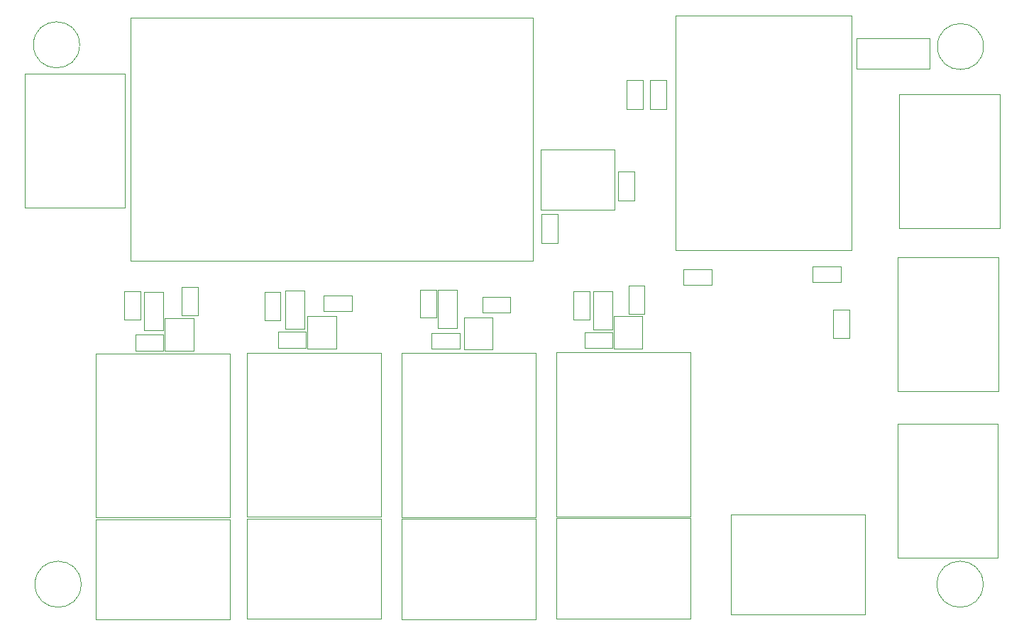
<source format=gbr>
%TF.GenerationSoftware,KiCad,Pcbnew,7.0.8*%
%TF.CreationDate,2024-04-08T22:48:43+05:30*%
%TF.ProjectId,Esp32_relay,45737033-325f-4726-956c-61792e6b6963,rev?*%
%TF.SameCoordinates,PX4046330PY7125ac8*%
%TF.FileFunction,Other,User*%
%FSLAX46Y46*%
G04 Gerber Fmt 4.6, Leading zero omitted, Abs format (unit mm)*
G04 Created by KiCad (PCBNEW 7.0.8) date 2024-04-08 22:48:43*
%MOMM*%
%LPD*%
G01*
G04 APERTURE LIST*
%ADD10C,0.050000*%
%ADD11C,0.100000*%
G04 APERTURE END LIST*
D10*
%TO.C,D8*%
X67027000Y34656200D02*
X70387000Y34656200D01*
X67027000Y32756200D02*
X67027000Y34656200D01*
X70387000Y34656200D02*
X70387000Y32756200D01*
X70387000Y32756200D02*
X67027000Y32756200D01*
%TO.C,R3*%
X47420800Y36400000D02*
X47420800Y39760000D01*
X49320800Y36400000D02*
X47420800Y36400000D01*
X47420800Y39760000D02*
X49320800Y39760000D01*
X49320800Y39760000D02*
X49320800Y36400000D01*
%TO.C,C1*%
X96647000Y33988200D02*
X96647000Y37388200D01*
X98607000Y33988200D02*
X96647000Y33988200D01*
X96647000Y37388200D02*
X98607000Y37388200D01*
X98607000Y37388200D02*
X98607000Y33988200D01*
%TO.C,C5*%
X72989000Y53846200D02*
X72989000Y50446200D01*
X71029000Y53846200D02*
X72989000Y53846200D01*
X72989000Y50446200D02*
X71029000Y50446200D01*
X71029000Y50446200D02*
X71029000Y53846200D01*
%TO.C,C3*%
X63845000Y48766200D02*
X63845000Y45366200D01*
X61885000Y48766200D02*
X63845000Y48766200D01*
X63845000Y45366200D02*
X61885000Y45366200D01*
X61885000Y45366200D02*
X61885000Y48766200D01*
%TO.C,Q3*%
X52656000Y32598600D02*
X56056000Y32598600D01*
X56056000Y32598600D02*
X56056000Y36438600D01*
X52656000Y36438600D02*
X52656000Y32598600D01*
X56056000Y36438600D02*
X52656000Y36438600D01*
%TO.C,C2*%
X72045000Y61368200D02*
X72045000Y64768200D01*
X74005000Y61368200D02*
X72045000Y61368200D01*
X72045000Y64768200D02*
X74005000Y64768200D01*
X74005000Y64768200D02*
X74005000Y61368200D01*
%TO.C,R8*%
X74203600Y40260700D02*
X74203600Y36900700D01*
X72303600Y40260700D02*
X74203600Y40260700D01*
X74203600Y36900700D02*
X72303600Y36900700D01*
X72303600Y36900700D02*
X72303600Y40260700D01*
%TO.C,PS1*%
X12840500Y72234200D02*
X12840500Y43234200D01*
X12840500Y43234200D02*
X60840500Y43234200D01*
X60840500Y72234200D02*
X12840500Y72234200D01*
X60840500Y43234200D02*
X60840500Y72234200D01*
%TO.C,Q4*%
X70512200Y32751000D02*
X73912200Y32751000D01*
X73912200Y32751000D02*
X73912200Y36591000D01*
X70512200Y36591000D02*
X70512200Y32751000D01*
X73912200Y36591000D02*
X70512200Y36591000D01*
%TO.C,D2*%
X33581200Y39618000D02*
X33581200Y35058000D01*
X31341200Y39618000D02*
X33581200Y39618000D01*
X33581200Y35058000D02*
X31341200Y35058000D01*
X31341200Y35058000D02*
X31341200Y39618000D01*
%TO.C,C4*%
X74839000Y61368200D02*
X74839000Y64768200D01*
X76799000Y61368200D02*
X74839000Y61368200D01*
X74839000Y64768200D02*
X76799000Y64768200D01*
X76799000Y64768200D02*
X76799000Y61368200D01*
%TO.C,H2*%
X6966400Y4572000D02*
G75*
G03*
X6966400Y4572000I-2750000J0D01*
G01*
%TO.C,K4*%
X63678800Y12676400D02*
X63678800Y32276400D01*
X79678800Y12676400D02*
X63678800Y12676400D01*
X63678800Y32276400D02*
X79678800Y32276400D01*
X79678800Y32276400D02*
X79678800Y12676400D01*
%TO.C,K3*%
X45182000Y12598800D02*
X45182000Y32198800D01*
X61182000Y12598800D02*
X45182000Y12598800D01*
X45182000Y32198800D02*
X61182000Y32198800D01*
X61182000Y32198800D02*
X61182000Y12598800D01*
%TO.C,J8*%
X100516000Y934200D02*
X100516000Y12934200D01*
X100516000Y12934200D02*
X84516000Y12934200D01*
X84516000Y934200D02*
X100516000Y934200D01*
X84516000Y12934200D02*
X84516000Y934200D01*
D11*
%TO.C,IC1*%
X77905000Y72500200D02*
X98905000Y72500200D01*
X77905000Y44500200D02*
X77905000Y72500200D01*
X98905000Y72500200D02*
X98905000Y44500200D01*
X98905000Y44500200D02*
X77905000Y44500200D01*
D10*
%TO.C,J9*%
X116363000Y23731800D02*
X104363000Y23731800D01*
X104363000Y23731800D02*
X104363000Y7731800D01*
X116363000Y7731800D02*
X116363000Y23731800D01*
X104363000Y7731800D02*
X116363000Y7731800D01*
%TO.C,R2*%
X28869600Y36115200D02*
X28869600Y39475200D01*
X30769600Y36115200D02*
X28869600Y36115200D01*
X28869600Y39475200D02*
X30769600Y39475200D01*
X30769600Y39475200D02*
X30769600Y36115200D01*
%TO.C,Q2*%
X33987000Y32725600D02*
X37387000Y32725600D01*
X37387000Y32725600D02*
X37387000Y36565600D01*
X33987000Y36565600D02*
X33987000Y32725600D01*
X37387000Y36565600D02*
X33987000Y36565600D01*
%TO.C,R9*%
X97578000Y40638400D02*
X94218000Y40638400D01*
X97578000Y42538400D02*
X97578000Y40638400D01*
X94218000Y40638400D02*
X94218000Y42538400D01*
X94218000Y42538400D02*
X97578000Y42538400D01*
%TO.C,K2*%
X26721800Y12625600D02*
X26721800Y32225600D01*
X42721800Y12625600D02*
X26721800Y12625600D01*
X26721800Y32225600D02*
X42721800Y32225600D01*
X42721800Y32225600D02*
X42721800Y12625600D01*
%TO.C,H4*%
X114586200Y4572000D02*
G75*
G03*
X114586200Y4572000I-2750000J0D01*
G01*
%TO.C,H1*%
X6788600Y69011800D02*
G75*
G03*
X6788600Y69011800I-2750000J0D01*
G01*
%TO.C,J2*%
X24707600Y336800D02*
X24707600Y12336800D01*
X24707600Y12336800D02*
X8707600Y12336800D01*
X8707600Y336800D02*
X24707600Y336800D01*
X8707600Y12336800D02*
X8707600Y336800D01*
%TO.C,Q1*%
X16964600Y32473900D02*
X20364600Y32473900D01*
X20364600Y32473900D02*
X20364600Y36313900D01*
X16964600Y36313900D02*
X16964600Y32473900D01*
X20364600Y36313900D02*
X16964600Y36313900D01*
%TO.C,D5*%
X13433000Y34367200D02*
X16793000Y34367200D01*
X13433000Y32467200D02*
X13433000Y34367200D01*
X16793000Y34367200D02*
X16793000Y32467200D01*
X16793000Y32467200D02*
X13433000Y32467200D01*
%TO.C,R1*%
X12131000Y36205700D02*
X12131000Y39565700D01*
X14031000Y36205700D02*
X12131000Y36205700D01*
X12131000Y39565700D02*
X14031000Y39565700D01*
X14031000Y39565700D02*
X14031000Y36205700D01*
%TO.C,D7*%
X48773600Y34588000D02*
X52133600Y34588000D01*
X48773600Y32688000D02*
X48773600Y34588000D01*
X52133600Y34588000D02*
X52133600Y32688000D01*
X52133600Y32688000D02*
X48773600Y32688000D01*
%TO.C,J1*%
X223000Y49540200D02*
X12223000Y49540200D01*
X12223000Y49540200D02*
X12223000Y65540200D01*
X223000Y65540200D02*
X223000Y49540200D01*
X12223000Y65540200D02*
X223000Y65540200D01*
%TO.C,D3*%
X51776800Y39728000D02*
X51776800Y35168000D01*
X49536800Y39728000D02*
X51776800Y39728000D01*
X51776800Y35168000D02*
X49536800Y35168000D01*
X49536800Y35168000D02*
X49536800Y39728000D01*
%TO.C,J3*%
X42721800Y423600D02*
X42721800Y12423600D01*
X42721800Y12423600D02*
X26721800Y12423600D01*
X26721800Y423600D02*
X42721800Y423600D01*
X26721800Y12423600D02*
X26721800Y423600D01*
%TO.C,J7*%
X116413800Y43670800D02*
X104413800Y43670800D01*
X104413800Y43670800D02*
X104413800Y27670800D01*
X116413800Y27670800D02*
X116413800Y43670800D01*
X104413800Y27670800D02*
X116413800Y27670800D01*
%TO.C,D1*%
X16741000Y39507200D02*
X16741000Y34947200D01*
X14501000Y39507200D02*
X16741000Y39507200D01*
X16741000Y34947200D02*
X14501000Y34947200D01*
X14501000Y34947200D02*
X14501000Y39507200D01*
%TO.C,D6*%
X30451000Y34732000D02*
X33811000Y34732000D01*
X30451000Y32832000D02*
X30451000Y34732000D01*
X33811000Y34732000D02*
X33811000Y32832000D01*
X33811000Y32832000D02*
X30451000Y32832000D01*
%TO.C,H3*%
X114637000Y68808600D02*
G75*
G03*
X114637000Y68808600I-2750000J0D01*
G01*
%TO.C,R7*%
X58178800Y37006000D02*
X54818800Y37006000D01*
X58178800Y38906000D02*
X58178800Y37006000D01*
X54818800Y37006000D02*
X54818800Y38906000D01*
X54818800Y38906000D02*
X58178800Y38906000D01*
%TO.C,J5*%
X79678800Y474400D02*
X79678800Y12474400D01*
X79678800Y12474400D02*
X63678800Y12474400D01*
X63678800Y474400D02*
X79678800Y474400D01*
X63678800Y12474400D02*
X63678800Y474400D01*
%TO.C,R5*%
X18989000Y36713700D02*
X18989000Y40073700D01*
X20889000Y36713700D02*
X18989000Y36713700D01*
X18989000Y40073700D02*
X20889000Y40073700D01*
X20889000Y40073700D02*
X20889000Y36713700D01*
%TO.C,R10*%
X78838500Y42232400D02*
X82198500Y42232400D01*
X78838500Y40332400D02*
X78838500Y42232400D01*
X82198500Y42232400D02*
X82198500Y40332400D01*
X82198500Y40332400D02*
X78838500Y40332400D01*
%TO.C,J6*%
X99520600Y66195800D02*
X108170600Y66195800D01*
X108170600Y66195800D02*
X108170600Y69795800D01*
X99520600Y69795800D02*
X99520600Y66195800D01*
X108170600Y69795800D02*
X99520600Y69795800D01*
%TO.C,J10*%
X116566200Y63092600D02*
X104566200Y63092600D01*
X104566200Y63092600D02*
X104566200Y47092600D01*
X116566200Y47092600D02*
X116566200Y63092600D01*
X104566200Y47092600D02*
X116566200Y47092600D01*
%TO.C,U1*%
X61767000Y56508200D02*
X61767000Y49308200D01*
X61767000Y49308200D02*
X70567000Y49308200D01*
X70567000Y56508200D02*
X61767000Y56508200D01*
X70567000Y49308200D02*
X70567000Y56508200D01*
%TO.C,D4*%
X70335000Y39542200D02*
X70335000Y34982200D01*
X68095000Y39542200D02*
X70335000Y39542200D01*
X70335000Y34982200D02*
X68095000Y34982200D01*
X68095000Y34982200D02*
X68095000Y39542200D01*
%TO.C,R6*%
X39297400Y37175400D02*
X35937400Y37175400D01*
X39297400Y39075400D02*
X39297400Y37175400D01*
X35937400Y37175400D02*
X35937400Y39075400D01*
X35937400Y39075400D02*
X39297400Y39075400D01*
%TO.C,K1*%
X8707600Y12542800D02*
X8707600Y32142800D01*
X24707600Y12542800D02*
X8707600Y12542800D01*
X8707600Y32142800D02*
X24707600Y32142800D01*
X24707600Y32142800D02*
X24707600Y12542800D01*
%TO.C,J4*%
X61182000Y396800D02*
X61182000Y12396800D01*
X61182000Y12396800D02*
X45182000Y12396800D01*
X45182000Y396800D02*
X61182000Y396800D01*
X45182000Y12396800D02*
X45182000Y396800D01*
%TO.C,R4*%
X65725000Y36214200D02*
X65725000Y39574200D01*
X67625000Y36214200D02*
X65725000Y36214200D01*
X65725000Y39574200D02*
X67625000Y39574200D01*
X67625000Y39574200D02*
X67625000Y36214200D01*
%TD*%
M02*

</source>
